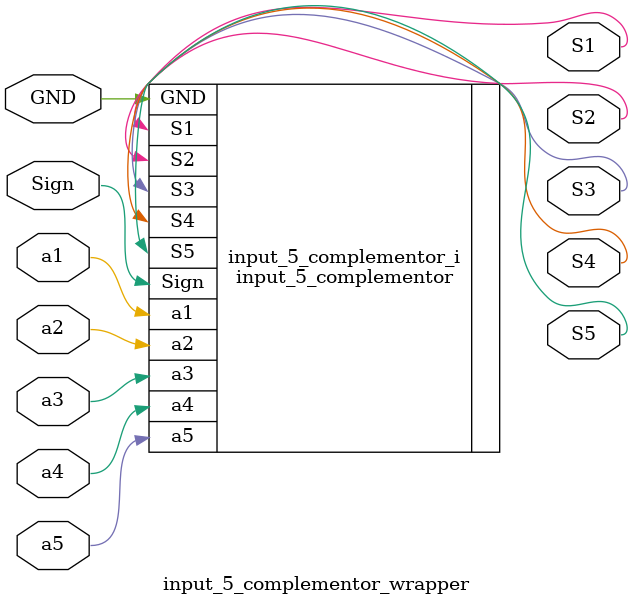
<source format=v>
`timescale 1 ps / 1 ps

module input_5_complementor_wrapper
   (GND,
    S1,
    S2,
    S3,
    S4,
    S5,
    Sign,
    a1,
    a2,
    a3,
    a4,
    a5);
  input GND;
  output S1;
  output S2;
  output S3;
  output S4;
  output S5;
  input Sign;
  input a1;
  input a2;
  input a3;
  input a4;
  input a5;

  wire GND;
  wire S1;
  wire S2;
  wire S3;
  wire S4;
  wire S5;
  wire Sign;
  wire a1;
  wire a2;
  wire a3;
  wire a4;
  wire a5;

  input_5_complementor input_5_complementor_i
       (.GND(GND),
        .S1(S1),
        .S2(S2),
        .S3(S3),
        .S4(S4),
        .S5(S5),
        .Sign(Sign),
        .a1(a1),
        .a2(a2),
        .a3(a3),
        .a4(a4),
        .a5(a5));
endmodule

</source>
